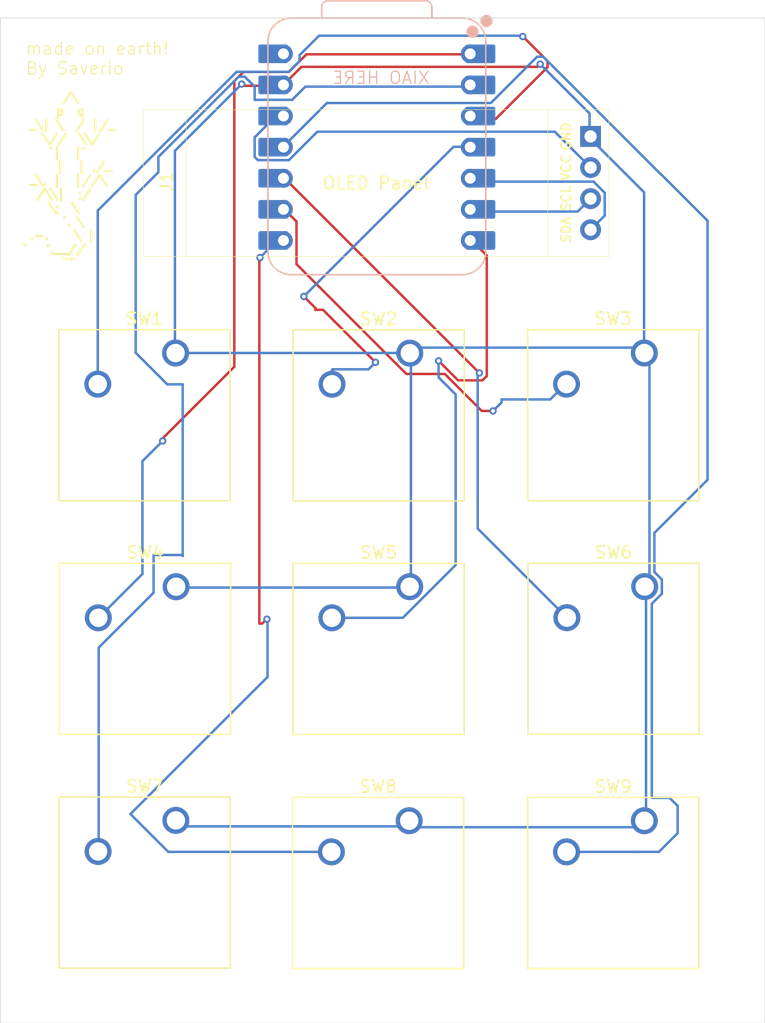
<source format=kicad_pcb>
(kicad_pcb (version 20241229) (generator "pcbnew") (generator_version "9.0")
  (layers (0 "F.Cu" signal) (2 "B.Cu" signal) (13 "F.Paste" user) (15 "B.Paste" user) (5 "F.SilkS" user "F.Silkscreen") (7 "B.SilkS" user "B.Silkscreen") (1 "F.Mask" user) (3 "B.Mask" user) (25 "Edge.Cuts" user))
  (net 0 "")
  (net 1 "Net-(J1-Pin_2)")
  (net 2 "GND")
  (net 3 "Net-(J1-Pin_4)")
  (net 4 "Net-(J1-Pin_3)")
  (net 5 "Net-(U1-GPIO28{slash}ADC2{slash}A2)")
  (net 6 "Net-(U1-GPIO29{slash}ADC3{slash}A3)")
  (net 7 "Net-(U1-GPIO2{slash}SCK)")
  (net 8 "Net-(U1-GPIO26{slash}ADC0{slash}A0)")
  (net 9 "Net-(U1-GPIO0{slash}TX)")
  (net 10 "Net-(U1-GPIO4{slash}MISO)")
  (net 11 "Net-(U1-GPIO27{slash}ADC1{slash}A1)")
  (net 12 "Net-(U1-GPIO1{slash}RX)")
  (net 13 "Net-(U1-GPIO3{slash}MOSI)")
  (footprint "Button_Switch_Keyboard:SW_Cherry_MX_1.00u_PCB" (layer "F.Cu") (at 150.75 56.9)
    (property "Reference" "SW3" (at -2.54 -2.794 0) (layer "F.SilkS"))
    (property "Value" "SW_Push")
    (fp_line (start -9.525 -1.905) (end 4.445 -1.905) (stroke (width 0.12)) (layer "F.SilkS"))
    (fp_line (start -9.525 12.065) (end -9.525 -1.905) (stroke (width 0.12)) (layer "F.SilkS"))
    (fp_line (start 4.445 -1.905) (end 4.445 12.065) (stroke (width 0.12)) (layer "F.SilkS"))
    (fp_line (start 4.445 12.065) (end -9.525 12.065) (stroke (width 0.12)) (layer "F.SilkS"))
    (pad "" np_thru_hole circle (at -7.62 5.08) (size 1.7 1.7) (drill 1.7) (layers "*.Cu" "*.Mask"))
    (pad "" np_thru_hole circle (at -2.54 5.08) (size 4 4) (drill 4) (layers "*.Cu" "*.Mask"))
    (pad "" np_thru_hole circle (at 2.54 5.08) (size 1.7 1.7) (drill 1.7) (layers "*.Cu" "*.Mask"))
    (pad "1" thru_hole circle (at 0 0) (size 2.2 2.2) (drill 1.5) (layers "*.Cu" "*.Mask") (net 2 "GND"))
    (pad "2" thru_hole circle (at -6.35 2.54) (size 2.2 2.2) (drill 1.5) (layers "*.Cu" "*.Mask") (net 7 "Net-(U1-GPIO2{slash}SCK)"))
  )
  (footprint "gethin_library_fresh:SSD1306-0.91-OLED-4pin-128x32" (layer "F.Cu") (at 109.865 37.025)
    (property "Reference" "J1" (at 1.9 5.91 90) (layer "F.SilkS"))
    (property "Value" "Conn_01x04")
    (fp_line (start 0 0) (end 0 12) (stroke (width 0.04)) (layer "F.SilkS"))
    (fp_line (start 0 12) (end 38 12) (stroke (width 0.04)) (layer "F.SilkS"))
    (fp_line (start 3.5 0) (end 3.5 12) (stroke (width 0.04)) (layer "F.SilkS"))
    (fp_line (start 33 0) (end 33 12) (stroke (width 0.04)) (layer "F.SilkS"))
    (fp_line (start 38 0) (end 0 0) (stroke (width 0.04)) (layer "F.SilkS"))
    (fp_line (start 38 12) (end 38 0) (stroke (width 0.04)) (layer "F.SilkS"))
    (fp_text user "GND" (at 34.5 2.19 270) (layer "F.SilkS") (effects (font (size 0.75 0.75))))
    (fp_text user "OLED Panel" (at 19 6 0) (layer "F.SilkS"))
    (fp_text user "SDA" (at 34.5 9.81 270) (layer "F.SilkS") (effects (font (size 0.75 0.75))))
    (fp_text user "VCC" (at 34.5 4.73 270) (layer "F.SilkS") (effects (font (size 0.75 0.75))))
    (fp_text user "SCL" (at 34.5 7.27 270) (layer "F.SilkS") (effects (font (size 0.75 0.75))))
    (pad "1" thru_hole rect (at 36.5 2.19) (size 1.7 1.7) (drill 1) (layers "*.Cu" "*.Mask") (net 2 "GND"))
    (pad "2" thru_hole oval (at 36.5 4.73) (size 1.7 1.7) (drill 1) (layers "*.Cu" "*.Mask") (net 1 "Net-(J1-Pin_2)"))
    (pad "3" thru_hole oval (at 36.5 7.27) (size 1.7 1.7) (drill 1) (layers "*.Cu" "*.Mask") (net 4 "Net-(J1-Pin_3)"))
    (pad "4" thru_hole oval (at 36.5 9.81) (size 1.7 1.7) (drill 1) (layers "*.Cu" "*.Mask") (net 3 "Net-(J1-Pin_4)"))
  )
  (footprint "Button_Switch_Keyboard:SW_Cherry_MX_1.00u_PCB" (layer "F.Cu") (at 112.52 95.06)
    (property "Reference" "SW7" (at -2.54 -2.794 0) (layer "F.SilkS"))
    (property "Value" "SW_Push")
    (fp_line (start -9.525 -1.905) (end 4.445 -1.905) (stroke (width 0.12)) (layer "F.SilkS"))
    (fp_line (start -9.525 12.065) (end -9.525 -1.905) (stroke (width 0.12)) (layer "F.SilkS"))
    (fp_line (start 4.445 -1.905) (end 4.445 12.065) (stroke (width 0.12)) (layer "F.SilkS"))
    (fp_line (start 4.445 12.065) (end -9.525 12.065) (stroke (width 0.12)) (layer "F.SilkS"))
    (pad "" np_thru_hole circle (at -7.62 5.08) (size 1.7 1.7) (drill 1.7) (layers "*.Cu" "*.Mask"))
    (pad "" np_thru_hole circle (at -2.54 5.08) (size 4 4) (drill 4) (layers "*.Cu" "*.Mask"))
    (pad "" np_thru_hole circle (at 2.54 5.08) (size 1.7 1.7) (drill 1.7) (layers "*.Cu" "*.Mask"))
    (pad "1" thru_hole circle (at 0 0) (size 2.2 2.2) (drill 1.5) (layers "*.Cu" "*.Mask") (net 2 "GND"))
    (pad "2" thru_hole circle (at -6.35 2.54) (size 2.2 2.2) (drill 1.5) (layers "*.Cu" "*.Mask") (net 11 "Net-(U1-GPIO27{slash}ADC1{slash}A1)"))
  )
  (footprint "Button_Switch_Keyboard:SW_Cherry_MX_1.00u_PCB" (layer "F.Cu") (at 131.56 95.09)
    (property "Reference" "SW8" (at -2.54 -2.794 0) (layer "F.SilkS"))
    (property "Value" "SW_Push")
    (fp_line (start -9.525 -1.905) (end 4.445 -1.905) (stroke (width 0.12)) (layer "F.SilkS"))
    (fp_line (start -9.525 12.065) (end -9.525 -1.905) (stroke (width 0.12)) (layer "F.SilkS"))
    (fp_line (start 4.445 -1.905) (end 4.445 12.065) (stroke (width 0.12)) (layer "F.SilkS"))
    (fp_line (start 4.445 12.065) (end -9.525 12.065) (stroke (width 0.12)) (layer "F.SilkS"))
    (pad "" np_thru_hole circle (at -7.62 5.08) (size 1.7 1.7) (drill 1.7) (layers "*.Cu" "*.Mask"))
    (pad "" np_thru_hole circle (at -2.54 5.08) (size 4 4) (drill 4) (layers "*.Cu" "*.Mask"))
    (pad "" np_thru_hole circle (at 2.54 5.08) (size 1.7 1.7) (drill 1.7) (layers "*.Cu" "*.Mask"))
    (pad "1" thru_hole circle (at 0 0) (size 2.2 2.2) (drill 1.5) (layers "*.Cu" "*.Mask") (net 2 "GND"))
    (pad "2" thru_hole circle (at -6.35 2.54) (size 2.2 2.2) (drill 1.5) (layers "*.Cu" "*.Mask") (net 12 "Net-(U1-GPIO1{slash}RX)"))
  )
  (footprint "Button_Switch_Keyboard:SW_Cherry_MX_1.00u_PCB" (layer "F.Cu") (at 150.78 75.97)
    (property "Reference" "SW6" (at -2.54 -2.794 0) (layer "F.SilkS"))
    (property "Value" "SW_Push")
    (fp_line (start -9.525 -1.905) (end 4.445 -1.905) (stroke (width 0.12)) (layer "F.SilkS"))
    (fp_line (start -9.525 12.065) (end -9.525 -1.905) (stroke (width 0.12)) (layer "F.SilkS"))
    (fp_line (start 4.445 -1.905) (end 4.445 12.065) (stroke (width 0.12)) (layer "F.SilkS"))
    (fp_line (start 4.445 12.065) (end -9.525 12.065) (stroke (width 0.12)) (layer "F.SilkS"))
    (pad "" np_thru_hole circle (at -7.62 5.08) (size 1.7 1.7) (drill 1.7) (layers "*.Cu" "*.Mask"))
    (pad "" np_thru_hole circle (at -2.54 5.08) (size 4 4) (drill 4) (layers "*.Cu" "*.Mask"))
    (pad "" np_thru_hole circle (at 2.54 5.08) (size 1.7 1.7) (drill 1.7) (layers "*.Cu" "*.Mask"))
    (pad "1" thru_hole circle (at 0 0) (size 2.2 2.2) (drill 1.5) (layers "*.Cu" "*.Mask") (net 2 "GND"))
    (pad "2" thru_hole circle (at -6.35 2.54) (size 2.2 2.2) (drill 1.5) (layers "*.Cu" "*.Mask") (net 10 "Net-(U1-GPIO4{slash}MISO)"))
  )
  (footprint "Button_Switch_Keyboard:SW_Cherry_MX_1.00u_PCB" (layer "F.Cu") (at 112.54 75.98)
    (property "Reference" "SW4" (at -2.54 -2.794 0) (layer "F.SilkS"))
    (property "Value" "SW_Push")
    (fp_line (start -9.525 -1.905) (end 4.445 -1.905) (stroke (width 0.12)) (layer "F.SilkS"))
    (fp_line (start -9.525 12.065) (end -9.525 -1.905) (stroke (width 0.12)) (layer "F.SilkS"))
    (fp_line (start 4.445 -1.905) (end 4.445 12.065) (stroke (width 0.12)) (layer "F.SilkS"))
    (fp_line (start 4.445 12.065) (end -9.525 12.065) (stroke (width 0.12)) (layer "F.SilkS"))
    (pad "" np_thru_hole circle (at -7.62 5.08) (size 1.7 1.7) (drill 1.7) (layers "*.Cu" "*.Mask"))
    (pad "" np_thru_hole circle (at -2.54 5.08) (size 4 4) (drill 4) (layers "*.Cu" "*.Mask"))
    (pad "" np_thru_hole circle (at 2.54 5.08) (size 1.7 1.7) (drill 1.7) (layers "*.Cu" "*.Mask"))
    (pad "1" thru_hole circle (at 0 0) (size 2.2 2.2) (drill 1.5) (layers "*.Cu" "*.Mask") (net 2 "GND"))
    (pad "2" thru_hole circle (at -6.35 2.54) (size 2.2 2.2) (drill 1.5) (layers "*.Cu" "*.Mask") (net 8 "Net-(U1-GPIO26{slash}ADC0{slash}A0)"))
  )
  (footprint "Button_Switch_Keyboard:SW_Cherry_MX_1.00u_PCB" (layer "F.Cu") (at 131.61 56.91)
    (property "Reference" "SW2" (at -2.54 -2.794 0) (layer "F.SilkS"))
    (property "Value" "SW_Push")
    (fp_line (start -9.525 -1.905) (end 4.445 -1.905) (stroke (width 0.12)) (layer "F.SilkS"))
    (fp_line (start -9.525 12.065) (end -9.525 -1.905) (stroke (width 0.12)) (layer "F.SilkS"))
    (fp_line (start 4.445 -1.905) (end 4.445 12.065) (stroke (width 0.12)) (layer "F.SilkS"))
    (fp_line (start 4.445 12.065) (end -9.525 12.065) (stroke (width 0.12)) (layer "F.SilkS"))
    (pad "" np_thru_hole circle (at -7.62 5.08) (size 1.7 1.7) (drill 1.7) (layers "*.Cu" "*.Mask"))
    (pad "" np_thru_hole circle (at -2.54 5.08) (size 4 4) (drill 4) (layers "*.Cu" "*.Mask"))
    (pad "" np_thru_hole circle (at 2.54 5.08) (size 1.7 1.7) (drill 1.7) (layers "*.Cu" "*.Mask"))
    (pad "1" thru_hole circle (at 0 0) (size 2.2 2.2) (drill 1.5) (layers "*.Cu" "*.Mask") (net 2 "GND"))
    (pad "2" thru_hole circle (at -6.35 2.54) (size 2.2 2.2) (drill 1.5) (layers "*.Cu" "*.Mask") (net 6 "Net-(U1-GPIO29{slash}ADC3{slash}A3)"))
  )
  (footprint "Button_Switch_Keyboard:SW_Cherry_MX_1.00u_PCB" (layer "F.Cu") (at 131.6 75.98)
    (property "Reference" "SW5" (at -2.54 -2.794 0) (layer "F.SilkS"))
    (property "Value" "SW_Push")
    (fp_line (start -9.525 -1.905) (end 4.445 -1.905) (stroke (width 0.12)) (layer "F.SilkS"))
    (fp_line (start -9.525 12.065) (end -9.525 -1.905) (stroke (width 0.12)) (layer "F.SilkS"))
    (fp_line (start 4.445 -1.905) (end 4.445 12.065) (stroke (width 0.12)) (layer "F.SilkS"))
    (fp_line (start 4.445 12.065) (end -9.525 12.065) (stroke (width 0.12)) (layer "F.SilkS"))
    (pad "" np_thru_hole circle (at -7.62 5.08) (size 1.7 1.7) (drill 1.7) (layers "*.Cu" "*.Mask"))
    (pad "" np_thru_hole circle (at -2.54 5.08) (size 4 4) (drill 4) (layers "*.Cu" "*.Mask"))
    (pad "" np_thru_hole circle (at 2.54 5.08) (size 1.7 1.7) (drill 1.7) (layers "*.Cu" "*.Mask"))
    (pad "1" thru_hole circle (at 0 0) (size 2.2 2.2) (drill 1.5) (layers "*.Cu" "*.Mask") (net 2 "GND"))
    (pad "2" thru_hole circle (at -6.35 2.54) (size 2.2 2.2) (drill 1.5) (layers "*.Cu" "*.Mask") (net 9 "Net-(U1-GPIO0{slash}TX)"))
  )
  (footprint "Button_Switch_Keyboard:SW_Cherry_MX_1.00u_PCB" (layer "F.Cu") (at 150.75 95.09)
    (property "Reference" "SW9" (at -2.54 -2.794 0) (layer "F.SilkS"))
    (property "Value" "SW_Push")
    (fp_line (start -9.525 -1.905) (end 4.445 -1.905) (stroke (width 0.12)) (layer "F.SilkS"))
    (fp_line (start -9.525 12.065) (end -9.525 -1.905) (stroke (width 0.12)) (layer "F.SilkS"))
    (fp_line (start 4.445 -1.905) (end 4.445 12.065) (stroke (width 0.12)) (layer "F.SilkS"))
    (fp_line (start 4.445 12.065) (end -9.525 12.065) (stroke (width 0.12)) (layer "F.SilkS"))
    (pad "" np_thru_hole circle (at -7.62 5.08) (size 1.7 1.7) (drill 1.7) (layers "*.Cu" "*.Mask"))
    (pad "" np_thru_hole circle (at -2.54 5.08) (size 4 4) (drill 4) (layers "*.Cu" "*.Mask"))
    (pad "" np_thru_hole circle (at 2.54 5.08) (size 1.7 1.7) (drill 1.7) (layers "*.Cu" "*.Mask"))
    (pad "1" thru_hole circle (at 0 0) (size 2.2 2.2) (drill 1.5) (layers "*.Cu" "*.Mask") (net 2 "GND"))
    (pad "2" thru_hole circle (at -6.35 2.54) (size 2.2 2.2) (drill 1.5) (layers "*.Cu" "*.Mask") (net 13 "Net-(U1-GPIO3{slash}MOSI)"))
  )
  (footprint "Button_Switch_Keyboard:SW_Cherry_MX_1.00u_PCB" (layer "F.Cu") (at 112.495 56.9)
    (property "Reference" "SW1" (at -2.54 -2.794 0) (layer "F.SilkS"))
    (property "Value" "SW_Push")
    (fp_line (start -9.525 -1.905) (end 4.445 -1.905) (stroke (width 0.12)) (layer "F.SilkS"))
    (fp_line (start -9.525 12.065) (end -9.525 -1.905) (stroke (width 0.12)) (layer "F.SilkS"))
    (fp_line (start 4.445 -1.905) (end 4.445 12.065) (stroke (width 0.12)) (layer "F.SilkS"))
    (fp_line (start 4.445 12.065) (end -9.525 12.065) (stroke (width 0.12)) (layer "F.SilkS"))
    (pad "" np_thru_hole circle (at -7.62 5.08) (size 1.7 1.7) (drill 1.7) (layers "*.Cu" "*.Mask"))
    (pad "" np_thru_hole circle (at -2.54 5.08) (size 4 4) (drill 4) (layers "*.Cu" "*.Mask"))
    (pad "" np_thru_hole circle (at 2.54 5.08) (size 1.7 1.7) (drill 1.7) (layers "*.Cu" "*.Mask"))
    (pad "1" thru_hole circle (at 0 0) (size 2.2 2.2) (drill 1.5) (layers "*.Cu" "*.Mask") (net 2 "GND"))
    (pad "2" thru_hole circle (at -6.35 2.54) (size 2.2 2.2) (drill 1.5) (layers "*.Cu" "*.Mask") (net 5 "Net-(U1-GPIO28{slash}ADC2{slash}A2)"))
  )
  (footprint "gethin_footprints:XIAO-RP2040-DIP" (layer "B.Cu") (at 128.92 40.09 180)
    (property "Reference" "U1" (hide yes))
    (property "Value" "XIAO-RP2040-DIP")
    (fp_line (start 8.89 -8.509) (end 8.89 8.636) (stroke (width 0.127)) (layer "B.SilkS"))
    (fp_line (start 6.985 10.541) (end -6.985 10.541) (stroke (width 0.1)) (layer "B.SilkS"))
    (fp_line (start 6.985 10.541) (end -6.985 10.541) (stroke (width 0.127)) (layer "B.SilkS"))
    (fp_line (start 4.504 11.451) (end 4.504 10.541) (stroke (width 0.127)) (layer "B.SilkS"))
    (fp_line (start -3.991272 11.951) (end 4.004 11.951) (stroke (width 0.127)) (layer "B.SilkS"))
    (fp_line (start -4.495 10.541) (end -4.491272 11.451272) (stroke (width 0.127)) (layer "B.SilkS"))
    (fp_line (start -6.985 -10.414) (end 6.985 -10.414) (stroke (width 0.127)) (layer "B.SilkS"))
    (fp_line (start -8.89 -8.509) (end -8.89 8.636) (stroke (width 0.127)) (layer "B.SilkS"))
    (fp_arc (start 8.89 8.636) (mid 8.332038 9.983038) (end 6.985 10.541) (stroke (width 0.127)) (layer "B.SilkS"))
    (fp_arc (start 6.985 -10.414) (mid 8.332038 -9.856038) (end 8.89 -8.509) (stroke (width 0.127)) (layer "B.SilkS"))
    (fp_arc (start 4.504 11.451) (mid 4.357553 11.804553) (end 4.004 11.951) (stroke (width 0.127)) (layer "B.SilkS"))
    (fp_arc (start -3.991272 11.951) (mid -4.344724 11.804644) (end -4.491272 11.451272) (stroke (width 0.127)) (layer "B.SilkS"))
    (fp_arc (start -6.985 10.541) (mid -8.332038 9.983038) (end -8.89 8.636) (stroke (width 0.127)) (layer "B.SilkS"))
    (fp_arc (start -8.89 -8.509) (mid -8.332038 -9.856038) (end -6.985 -10.414) (stroke (width 0.127)) (layer "B.SilkS"))
    (fp_circle (center -7.807 9.42) (end -7.807 9.674) (stroke (width 0.5)) (fill yes) (layer "B.SilkS"))
    (fp_circle (center -8.95 10.3) (end -8.95 10.554) (stroke (width 0.5)) (fill yes) (layer "B.SilkS"))
    (pad "1" smd roundrect (at -8.455 7.62) (size 2.432 1.524) (layers "B.Cu" "B.Mask") (roundrect_rratio 0.1) (net 8 "Net-(U1-GPIO26{slash}ADC0{slash}A0)"))
    (pad "1" thru_hole circle (at -7.62 7.62) (size 1.524 1.524) (drill 0.889) (layers "*.Cu" "*.Mask") (net 8 "Net-(U1-GPIO26{slash}ADC0{slash}A0)"))
    (pad "2" smd roundrect (at -8.455 5.08) (size 2.432 1.524) (layers "B.Cu" "B.Mask") (roundrect_rratio 0.1) (net 11 "Net-(U1-GPIO27{slash}ADC1{slash}A1)"))
    (pad "2" thru_hole circle (at -7.62 5.08) (size 1.524 1.524) (drill 0.889) (layers "*.Cu" "*.Mask") (net 11 "Net-(U1-GPIO27{slash}ADC1{slash}A1)"))
    (pad "3" smd roundrect (at -8.455 2.54) (size 2.432 1.524) (layers "B.Cu" "B.Mask") (roundrect_rratio 0.1) (net 5 "Net-(U1-GPIO28{slash}ADC2{slash}A2)"))
    (pad "3" thru_hole circle (at -7.62 2.54) (size 1.524 1.524) (drill 0.889) (layers "*.Cu" "*.Mask") (net 5 "Net-(U1-GPIO28{slash}ADC2{slash}A2)"))
    (pad "4" smd roundrect (at -8.455 0) (size 2.432 1.524) (layers "B.Cu" "B.Mask") (roundrect_rratio 0.1) (net 6 "Net-(U1-GPIO29{slash}ADC3{slash}A3)"))
    (pad "4" thru_hole circle (at -7.62 0) (size 1.524 1.524) (drill 0.889) (layers "*.Cu" "*.Mask") (net 6 "Net-(U1-GPIO29{slash}ADC3{slash}A3)"))
    (pad "5" smd roundrect (at -8.455 -2.54) (size 2.432 1.524) (layers "B.Cu" "B.Mask") (roundrect_rratio 0.1) (net 3 "Net-(J1-Pin_4)"))
    (pad "5" thru_hole circle (at -7.62 -2.54) (size 1.524 1.524) (drill 0.889) (layers "*.Cu" "*.Mask") (net 3 "Net-(J1-Pin_4)"))
    (pad "6" smd roundrect (at -8.455 -5.08) (size 2.432 1.524) (layers "B.Cu" "B.Mask") (roundrect_rratio 0.1) (net 4 "Net-(J1-Pin_3)"))
    (pad "6" thru_hole circle (at -7.62 -5.08) (size 1.524 1.524) (drill 0.889) (layers "*.Cu" "*.Mask") (net 4 "Net-(J1-Pin_3)"))
    (pad "7" smd roundrect (at -8.455 -7.62) (size 2.432 1.524) (layers "B.Cu" "B.Mask") (roundrect_rratio 0.1) (net 9 "Net-(U1-GPIO0{slash}TX)"))
    (pad "7" thru_hole circle (at -7.62 -7.62) (size 1.524 1.524) (drill 0.889) (layers "*.Cu" "*.Mask") (net 9 "Net-(U1-GPIO0{slash}TX)"))
    (pad "8" thru_hole circle (at 7.62 -7.62 180) (size 1.524 1.524) (drill 0.889) (layers "*.Cu" "*.Mask") (net 12 "Net-(U1-GPIO1{slash}RX)"))
    (pad "8" smd roundrect (at 8.455 -7.62 180) (size 2.432 1.524) (layers "B.Cu" "B.Mask") (roundrect_rratio 0.1) (net 12 "Net-(U1-GPIO1{slash}RX)"))
    (pad "9" thru_hole circle (at 7.62 -5.08 180) (size 1.524 1.524) (drill 0.889) (layers "*.Cu" "*.Mask") (net 7 "Net-(U1-GPIO2{slash}SCK)"))
    (pad "9" smd roundrect (at 8.455 -5.08 180) (size 2.432 1.524) (layers "B.Cu" "B.Mask") (roundrect_rratio 0.1) (net 7 "Net-(U1-GPIO2{slash}SCK)"))
    (pad "10" thru_hole circle (at 7.62 -2.54 180) (size 1.524 1.524) (drill 0.889) (layers "*.Cu" "*.Mask") (net 10 "Net-(U1-GPIO4{slash}MISO)"))
    (pad "10" smd roundrect (at 8.455 -2.54 180) (size 2.432 1.524) (layers "B.Cu" "B.Mask") (roundrect_rratio 0.1) (net 10 "Net-(U1-GPIO4{slash}MISO)"))
    (pad "11" thru_hole circle (at 7.62 0 180) (size 1.524 1.524) (drill 0.889) (layers "*.Cu" "*.Mask") (net 13 "Net-(U1-GPIO3{slash}MOSI)"))
    (pad "11" smd roundrect (at 8.455 0 180) (size 2.432 1.524) (layers "B.Cu" "B.Mask") (roundrect_rratio 0.1) (net 13 "Net-(U1-GPIO3{slash}MOSI)"))
    (pad "12" thru_hole circle (at 7.62 2.54 180) (size 1.524 1.524) (drill 0.889) (layers "*.Cu" "*.Mask") (net 1 "Net-(J1-Pin_2)"))
    (pad "12" smd roundrect (at 8.455 2.54 180) (size 2.432 1.524) (layers "B.Cu" "B.Mask") (roundrect_rratio 0.1) (net 1 "Net-(J1-Pin_2)"))
    (pad "13" thru_hole circle (at 7.62 5.08 180) (size 1.524 1.524) (drill 0.889) (layers "*.Cu" "*.Mask") (net 2 "GND"))
    (pad "13" smd roundrect (at 8.455 5.08 180) (size 2.432 1.524) (layers "B.Cu" "B.Mask") (roundrect_rratio 0.1) (net 2 "GND"))
    (pad "14" thru_hole circle (at 7.62 7.62 180) (size 1.524 1.524) (drill 0.889) (layers "*.Cu" "*.Mask"))
    (pad "14" smd roundrect (at 8.455 7.62 180) (size 2.432 1.524) (layers "B.Cu" "B.Mask") (roundrect_rratio 0.1))
  )
  (gr_rect (start 98.19 29.54) (end 160.59 111.61) (stroke (width 0.05)) (fill no) (layer "Edge.Cuts"))
  (gr_text "made on earth!\nBy Saverio" (at 100.2 34.24 0) (layer "F.SilkS") (effects (font (size 1 1) (thickness 0.1)) (justify left bottom)))
  (gr_text "         /\\\n        p  q\n    _\\| \\  / |/_\n      \\//  \\\\/\n       `|  |`\n        |  | ,/_\n    _\\, |  |//\\\n     /\\\\|  ;/\n       \\;  \\\n         '. \\\n    .-.    \\ |\n   `   '.__//\n         `{dblquote}`\n" (at 98.36 49.97 0) (layer "F.SilkS") (effects (font (size 0.7 0.7) (thickness 0.175) (bold yes)) (justify left bottom)))
  (gr_text "XIAO HERE\n" (at 133.3 35.01 0) (layer "B.SilkS") (effects (font (size 1 1) (thickness 0.1)) (justify left bottom mirror)))
  (segment (start 119.209374 41.153) (end 118.948 40.891626) (width 0.2) (layer "B.Cu") (net 1))
  (segment (start 118.948 39.288374) (end 120.586374 37.65) (width 0.2) (layer "B.Cu") (net 1))
  (segment (start 121.74031 41.153) (end 119.209374 41.153) (width 0.2) (layer "B.Cu") (net 1))
  (segment (start 146.365 41.755) (end 143.44 38.83) (width 0.2) (layer "B.Cu") (net 1))
  (segment (start 124.06331 38.83) (end 121.74031 41.153) (width 0.2) (layer "B.Cu") (net 1))
  (segment (start 120.586374 37.65) (end 121.31 37.65) (width 0.2) (layer "B.Cu") (net 1))
  (segment (start 143.44 38.83) (end 124.06331 38.83) (width 0.2) (layer "B.Cu") (net 1))
  (segment (start 118.948 40.891626) (end 118.948 39.288374) (width 0.2) (layer "B.Cu") (net 1))
  (segment (start 142.25 33.31) (end 142.027 33.533) (width 0.2) (layer "F.Cu") (net 2))
  (segment (start 142.027 33.533) (end 122.767 33.533) (width 0.2) (layer "F.Cu") (net 2))
  (segment (start 118.03 35.08) (end 117.89 34.94) (width 0.2) (layer "F.Cu") (net 2))
  (segment (start 121.22 35.08) (end 118.03 35.08) (width 0.2) (layer "F.Cu") (net 2))
  (segment (start 122.767 33.533) (end 121.22 35.08) (width 0.2) (layer "F.Cu") (net 2))
  (via (at 117.89 34.94) (size 0.6) (drill 0.3) (layers "F.Cu" "B.Cu") (net 2))
  (via (at 142.25 33.31) (size 0.6) (drill 0.3) (layers "F.Cu" "B.Cu") (net 2))
  (segment (start 151.17 57.03) (end 151.17 75.73) (width 0.2) (layer "B.Cu") (net 2))
  (segment (start 131.7 76.01) (end 131.7 56.46) (width 0.2) (layer "B.Cu") (net 2))
  (segment (start 131.98 76.29) (end 131.7 76.01) (width 0.2) (layer "B.Cu") (net 2))
  (segment (start 151.17 75.73) (end 150.82 76.08) (width 0.2) (layer "B.Cu") (net 2))
  (segment (start 131.49 95.55) (end 112.8 95.55) (width 0.2) (layer "B.Cu") (net 2))
  (segment (start 117.89 34.94) (end 112.44 40.39) (width 0.2) (layer "B.Cu") (net 2))
  (segment (start 112.495 56.895) (end 131.915 56.895) (width 0.2) (layer "B.Cu") (net 2))
  (segment (start 150.6 56.46) (end 151.17 57.03) (width 0.2) (layer "B.Cu") (net 2))
  (segment (start 112.8 95.55) (end 112.51 95.26) (width 0.2) (layer "B.Cu") (net 2))
  (segment (start 150.89 76.15) (end 150.89 95.62) (width 0.2) (layer "B.Cu") (net 2))
  (segment (start 150.82 76.08) (end 150.89 76.15) (width 0.2) (layer "B.Cu") (net 2))
  (segment (start 131.915 56.895) (end 132.05 57.03) (width 0.2) (layer "B.Cu") (net 2))
  (segment (start 112.44 40.39) (end 112.44 57.24) (width 0.2) (layer "B.Cu") (net 2))
  (segment (start 131.56 95.62) (end 131.49 95.55) (width 0.2) (layer "B.Cu") (net 2))
  (segment (start 150.73 43.78) (end 146.28 39.33) (width 0.2) (layer "B.Cu") (net 2))
  (segment (start 112.49 76.05) (end 131.74 76.05) (width 0.2) (layer "B.Cu") (net 2))
  (segment (start 131.74 76.05) (end 131.98 76.29) (width 0.2) (layer "B.Cu") (net 2))
  (segment (start 142.25 33.31) (end 142.25 33.24) (width 0.2) (layer "B.Cu") (net 2))
  (segment (start 146.28 39.33) (end 146.28 37.34) (width 0.2) (layer "B.Cu") (net 2))
  (segment (start 131.7 56.46) (end 150.6 56.46) (width 0.2) (layer "B.Cu") (net 2))
  (segment (start 150.73 56.84) (end 150.73 43.78) (width 0.2) (layer "B.Cu") (net 2))
  (segment (start 150.89 95.62) (end 131.56 95.62) (width 0.2) (layer "B.Cu") (net 2))
  (segment (start 146.28 37.34) (end 142.25 33.31) (width 0.2) (layer "B.Cu") (net 2))
  (segment (start 136.716 42.906) (end 136.51 42.7) (width 0.2) (layer "B.Cu") (net 3))
  (segment (start 146.60376 42.906) (end 136.716 42.906) (width 0.2) (layer "B.Cu") (net 3))
  (segment (start 147.516 45.684) (end 147.516 43.81824) (width 0.2) (layer "B.Cu") (net 3))
  (segment (start 146.365 46.835) (end 147.516 45.684) (width 0.2) (layer "B.Cu") (net 3))
  (segment (start 147.516 43.81824) (end 146.60376 42.906) (width 0.2) (layer "B.Cu") (net 3))
  (segment (start 146.365 44.295) (end 145.31 45.35) (width 0.2) (layer "B.Cu") (net 4))
  (segment (start 145.31 45.35) (end 136.41 45.35) (width 0.2) (layer "B.Cu") (net 4))
  (segment (start 142.851 33.061057) (end 142.851 33.558943) (width 0.2) (layer "F.Cu") (net 5))
  (segment (start 140.849943 31.06) (end 142.851 33.061057) (width 0.2) (layer "F.Cu") (net 5))
  (segment (start 142.851 33.558943) (end 138.619943 37.79) (width 0.2) (layer "F.Cu") (net 5))
  (segment (start 138.619943 37.79) (end 136.37 37.79) (width 0.2) (layer "F.Cu") (net 5))
  (segment (start 140.83 31.06) (end 140.849943 31.06) (width 0.2) (layer "F.Cu") (net 5))
  (via (at 140.83 31.06) (size 0.6) (drill 0.3) (layers "F.Cu" "B.Cu") (net 5))
  (segment (start 121.73131 33.938) (end 122.613774 33.055536) (width 0.2) (layer "B.Cu") (net 5))
  (segment (start 117.474957 33.938) (end 121.73131 33.938) (width 0.2) (layer "B.Cu") (net 5))
  (segment (start 140.83 30.99) (end 140.83 31.06) (width 0.2) (layer "B.Cu") (net 5))
  (segment (start 124.20208 30.99) (end 140.83 30.99) (width 0.2) (layer "B.Cu") (net 5))
  (segment (start 106.145 45.267957) (end 117.474957 33.938) (width 0.2) (layer "B.Cu") (net 5))
  (segment (start 122.613774 33.055536) (end 122.613774 32.578306) (width 0.2) (layer "B.Cu") (net 5))
  (segment (start 122.613774 32.578306) (end 124.20208 30.99) (width 0.2) (layer "B.Cu") (net 5))
  (segment (start 106.145 59.435) (end 106.145 45.267957) (width 0.2) (layer "B.Cu") (net 5))
  (segment (start 128.81 57.66) (end 124.52 53.37) (width 0.2) (layer "F.Cu") (net 6))
  (segment (start 123.91 53.37) (end 123.91 53.23) (width 0.2) (layer "F.Cu") (net 6))
  (segment (start 123.91 53.23) (end 122.96 52.28) (width 0.2) (layer "F.Cu") (net 6))
  (segment (start 124.52 53.37) (end 123.91 53.37) (width 0.2) (layer "F.Cu") (net 6))
  (via (at 128.81 57.66) (size 0.6) (drill 0.3) (layers "F.Cu" "B.Cu") (net 6))
  (via (at 122.96 52.28) (size 0.6) (drill 0.3) (layers "F.Cu" "B.Cu") (net 6))
  (segment (start 128.01 58.23) (end 128.24 58.23) (width 0.2) (layer "B.Cu") (net 6))
  (segment (start 125.26 59.45) (end 125.26 58.264) (width 0.2) (layer "B.Cu") (net 6))
  (segment (start 125.26 58.264) (end 125.294 58.23) (width 0.2) (layer "B.Cu") (net 6))
  (segment (start 122.96 52.28) (end 135.18 40.06) (width 0.2) (layer "B.Cu") (net 6))
  (segment (start 128.24 58.23) (end 128.81 57.66) (width 0.2) (layer "B.Cu") (net 6))
  (segment (start 125.294 58.23) (end 128.01 58.23) (width 0.2) (layer "B.Cu") (net 6))
  (segment (start 135.18 40.06) (end 136.6 40.06) (width 0.2) (layer "B.Cu") (net 6))
  (segment (start 131.328686 58.61) (end 122.363 49.644314) (width 0.2) (layer "F.Cu") (net 7))
  (segment (start 138.4 61.63) (end 137.4829 61.63) (width 0.2) (layer "F.Cu") (net 7))
  (segment (start 122.363 46.163) (end 121.45 45.25) (width 0.2) (layer "F.Cu") (net 7))
  (segment (start 134.4629 58.61) (end 131.328686 58.61) (width 0.2) (layer "F.Cu") (net 7))
  (segment (start 137.4829 61.63) (end 134.4629 58.61) (width 0.2) (layer "F.Cu") (net 7))
  (segment (start 122.363 49.644314) (end 122.363 46.163) (width 0.2) (layer "F.Cu") (net 7))
  (via (at 138.4 61.63) (size 0.6) (drill 0.3) (layers "F.Cu" "B.Cu") (net 7))
  (segment (start 139.1 60.69) (end 139.1 60.93) (width 0.2) (layer "B.Cu") (net 7))
  (segment (start 139.1 60.93) (end 138.4 61.63) (width 0.2) (layer "B.Cu") (net 7))
  (segment (start 143.07 60.69) (end 139.1 60.69) (width 0.2) (layer "B.Cu") (net 7))
  (segment (start 144.38 59.38) (end 143.07 60.69) (width 0.2) (layer "B.Cu") (net 7))
  (segment (start 117.289 58.02253) (end 117.289 34.691057) (width 0.2) (layer "F.Cu") (net 8))
  (segment (start 118.033057 33.947) (end 121.74031 33.947) (width 0.2) (layer "F.Cu") (net 8))
  (segment (start 117.289 34.691057) (end 118.033057 33.947) (width 0.2) (layer "F.Cu") (net 8))
  (segment (start 111.44 63.87153) (end 117.289 58.02253) (width 0.2) (layer "F.Cu") (net 8))
  (segment (start 111.44 64.08) (end 111.44 63.87153) (width 0.2) (layer "F.Cu") (net 8))
  (segment (start 121.74031 33.947) (end 123.17731 32.51) (width 0.2) (layer "F.Cu") (net 8))
  (segment (start 123.17731 32.51) (end 136.51 32.51) (width 0.2) (layer "F.Cu") (net 8))
  (via (at 111.44 64.08) (size 0.6) (drill 0.3) (layers "F.Cu" "B.Cu") (net 8))
  (segment (start 109.79 65.73) (end 111.44 64.08) (width 0.2) (layer "B.Cu") (net 8))
  (segment (start 106.14 78.59) (end 109.79 74.94) (width 0.2) (layer "B.Cu") (net 8))
  (segment (start 109.79 66.16) (end 109.79 65.73) (width 0.2) (layer "B.Cu") (net 8))
  (segment (start 109.79 74.94) (end 109.79 66.16) (width 0.2) (layer "B.Cu") (net 8))
  (segment (start 137.891 58.778943) (end 137.891 48.941) (width 0.2) (layer "F.Cu") (net 9))
  (segment (start 135.551 59.131) (end 137.538943 59.131) (width 0.2) (layer "F.Cu") (net 9))
  (segment (start 133.96 57.54) (end 135.551 59.131) (width 0.2) (layer "F.Cu") (net 9))
  (segment (start 137.538943 59.131) (end 137.891 58.778943) (width 0.2) (layer "F.Cu") (net 9))
  (segment (start 137.891 48.941) (end 136.51 47.56) (width 0.2) (layer "F.Cu") (net 9))
  (via (at 133.96 57.54) (size 0.6) (drill 0.3) (layers "F.Cu" "B.Cu") (net 9))
  (segment (start 133.96 58.89) (end 133.96 57.54) (width 0.2) (layer "B.Cu") (net 9))
  (segment (start 131.041314 78.52) (end 135.351 74.210314) (width 0.2) (layer "B.Cu") (net 9))
  (segment (start 125.25 78.52) (end 131.041314 78.52) (width 0.2) (layer "B.Cu") (net 9))
  (segment (start 135.351 74.210314) (end 135.351 60.281) (width 0.2) (layer "B.Cu") (net 9))
  (segment (start 135.351 60.281) (end 133.96 58.89) (width 0.2) (layer "B.Cu") (net 9))
  (segment (start 121.57 42.81) (end 121.57 42.6) (width 0.2) (layer "F.Cu") (net 10))
  (segment (start 137.29 58.53) (end 121.57 42.81) (width 0.2) (layer "F.Cu") (net 10))
  (via (at 137.29 58.53) (size 0.6) (drill 0.3) (layers "F.Cu" "B.Cu") (net 10))
  (segment (start 137.15 58.75) (end 137.15 58.67) (width 0.2) (layer "B.Cu") (net 10))
  (segment (start 137.15 58.67) (end 137.29 58.53) (width 0.2) (layer "B.Cu") (net 10))
  (segment (start 144.43 78.51) (end 137.15 71.23) (width 0.2) (layer "B.Cu") (net 10))
  (segment (start 137.15 71.23) (end 137.15 58.75) (width 0.2) (layer "B.Cu") (net 10))
  (segment (start 110.7 73.39) (end 113.01 73.39) (width 0.2) (layer "B.Cu") (net 11))
  (segment (start 123.086374 35.15) (end 137.36 35.15) (width 0.2) (layer "B.Cu") (net 11))
  (segment (start 113.075314 59.456628) (end 111.816628 59.456628) (width 0.2) (layer "B.Cu") (net 11))
  (segment (start 111.09 42.14) (end 111.09 40.91) (width 0.2) (layer "B.Cu") (net 11))
  (segment (start 106.22 81.499314) (end 106.22 80.95) (width 0.2) (layer "B.Cu") (net 11))
  (segment (start 118.138943 34.339) (end 118.948 35.148057) (width 0.2) (layer "B.Cu") (net 11))
  (segment (start 110.98 42.25) (end 111.09 42.14) (width 0.2) (layer "B.Cu") (net 11))
  (segment (start 122.010748 36.225626) (end 123.086374 35.15) (width 0.2) (layer "B.Cu") (net 11))
  (segment (start 118.948 35.148057) (end 118.948 36.225626) (width 0.2) (layer "B.Cu") (net 11))
  (segment (start 111.816628 59.456628) (end 109.24 56.88) (width 0.2) (layer "B.Cu") (net 11))
  (segment (start 118.948 36.225626) (end 122.010748 36.225626) (width 0.2) (layer "B.Cu") (net 11))
  (segment (start 110.7 76.47) (end 110.7 73.39) (width 0.2) (layer "B.Cu") (net 11))
  (segment (start 113.01 73.39) (end 113.07 73.45) (width 0.2) (layer "B.Cu") (net 11))
  (segment (start 110.33 76.84) (end 110.7 76.47) (width 0.2) (layer "B.Cu") (net 11))
  (segment (start 113.075314 73.483372) (end 113.075314 59.456628) (width 0.2) (layer "B.Cu") (net 11))
  (segment (start 109.24 43.99) (end 110.98 42.25) (width 0.2) (layer "B.Cu") (net 11))
  (segment (start 117.641057 34.339) (end 118.138943 34.339) (width 0.2) (layer "B.Cu") (net 11))
  (segment (start 111.094 40.886057) (end 117.641057 34.339) (width 0.2) (layer "B.Cu") (net 11))
  (segment (start 109.24 56.88) (end 109.24 43.99) (width 0.2) (layer "B.Cu") (net 11))
  (segment (start 106.22 97.83) (end 106.22 81.499314) (width 0.2) (layer "B.Cu") (net 11))
  (segment (start 106.22 80.95) (end 110.33 76.84) (width 0.2) (layer "B.Cu") (net 11))
  (segment (start 119.33 49.45) (end 119.33 49.16) (width 0.2) (layer "F.Cu") (net 12))
  (segment (start 119.56 78.99) (end 119.95 78.6) (width 0.2) (layer "F.Cu") (net 12))
  (segment (start 119.33 78.99) (end 119.56 78.99) (width 0.2) (layer "F.Cu") (net 12))
  (segment (start 119.33 49.16) (end 119.38 49.11) (width 0.2) (layer "F.Cu") (net 12))
  (segment (start 119.33 78.99) (end 119.33 49.45) (width 0.2) (layer "F.Cu") (net 12))
  (via (at 119.95 78.63) (size 0.6) (drill 0.3) (layers "F.Cu" "B.Cu") (net 12))
  (via (at 119.38 49.11) (size 0.6) (drill 0.3) (layers "F.Cu" "B.Cu") (net 12))
  (segment (start 119.8 78.78) (end 119.95 78.63) (width 0.2) (layer "B.Cu") (net 12))
  (segment (start 111.9 97.63) (end 108.81 94.54) (width 0.2) (layer "B.Cu") (net 12))
  (segment (start 120.77 47.72) (end 121.49 47.72) (width 0.2) (layer "B.Cu") (net 12))
  (segment (start 120 83.35) (end 120 78.64) (width 0.2) (layer "B.Cu") (net 12))
  (segment (start 125.21 97.63) (end 111.9 97.63) (width 0.2) (layer "B.Cu") (net 12))
  (segment (start 108.81 94.54) (end 120 83.35) (width 0.2) (layer "B.Cu") (net 12))
  (segment (start 119.38 49.11) (end 120.77 47.72) (width 0.2) (layer "B.Cu") (net 12))
  (segment (start 150.161314 97.63) (end 151.94 97.63) (width 0.2) (layer "B.Cu") (net 13))
  (segment (start 142.001057 32.709) (end 138.223057 36.487) (width 0.2) (layer "B.Cu") (net 13))
  (segment (start 144.37 97.63) (end 150.161314 97.63) (width 0.2) (layer "B.Cu") (net 13))
  (segment (start 152.81 93.22) (end 151.42 93.22) (width 0.2) (layer "B.Cu") (net 13))
  (segment (start 138.223057 36.487) (end 124.843 36.487) (width 0.2) (layer "B.Cu") (net 13))
  (segment (start 151.36 77.371314) (end 152.181 76.550314) (width 0.2) (layer "B.Cu") (net 13))
  (segment (start 153.4 93.81) (end 152.81 93.22) (width 0.2) (layer "B.Cu") (net 13))
  (segment (start 153.47 93.88) (end 153.4 93.81) (width 0.2) (layer "B.Cu") (net 13))
  (segment (start 155.91 46.1) (end 152.05 42.24) (width 0.2) (layer "B.Cu") (net 13))
  (segment (start 151.360314 93.210314) (end 151.36 93.21) (width 0.2) (layer "B.Cu") (net 13))
  (segment (start 142.498943 32.709) (end 142.001057 32.709) (width 0.2) (layer "B.Cu") (net 13))
  (segment (start 151.94 97.63) (end 153.47 96.1) (width 0.2) (layer "B.Cu") (net 13))
  (segment (start 155.91 67.25) (end 155.91 46.1) (width 0.2) (layer "B.Cu") (net 13))
  (segment (start 151.36 93.21) (end 151.36 77.371314) (width 0.2) (layer "B.Cu") (net 13))
  (segment (start 152.131 42.341057) (end 142.498943 32.709) (width 0.2) (layer "B.Cu") (net 13))
  (segment (start 152.181 76.550314) (end 152.181 75.389686) (width 0.2) (layer "B.Cu") (net 13))
  (segment (start 152.181 75.389686) (end 151.571 74.779686) (width 0.2) (layer "B.Cu") (net 13))
  (segment (start 151.571 71.589) (end 155.91 67.25) (width 0.2) (layer "B.Cu") (net 13))
  (segment (start 151.571 74.779686) (end 151.571 71.589) (width 0.2) (layer "B.Cu") (net 13))
  (segment (start 124.843 36.487) (end 121.08 40.25) (width 0.2) (layer "B.Cu") (net 13))
  (segment (start 153.47 96.1) (end 153.47 93.88) (width 0.2) (layer "B.Cu") (net 13))
)
</source>
